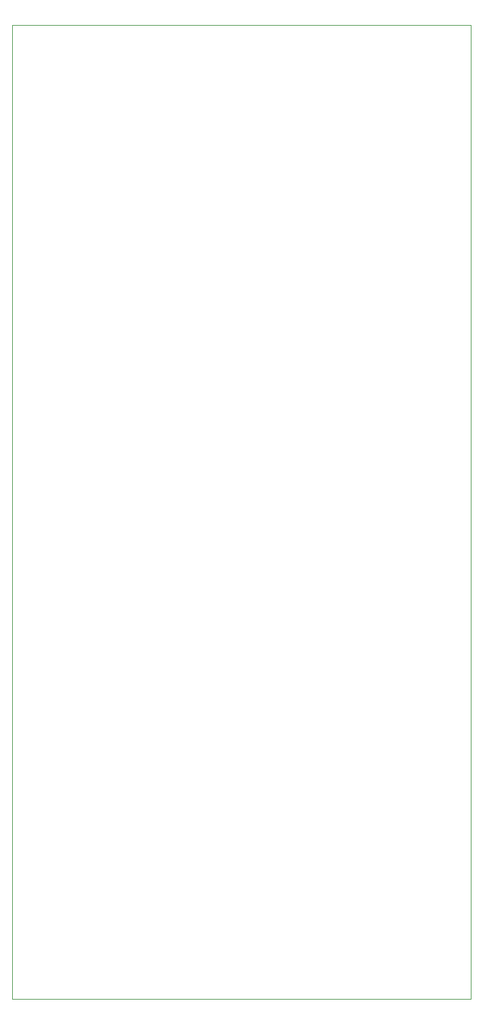
<source format=gm1>
G04 #@! TF.GenerationSoftware,KiCad,Pcbnew,(5.99.0-12261-ga2c28b18a8)*
G04 #@! TF.CreationDate,2021-10-12T13:18:42-07:00*
G04 #@! TF.ProjectId,SCMv3-faceplate-p2,53434d76-332d-4666-9163-65706c617465,rev?*
G04 #@! TF.SameCoordinates,Original*
G04 #@! TF.FileFunction,Profile,NP*
%FSLAX46Y46*%
G04 Gerber Fmt 4.6, Leading zero omitted, Abs format (unit mm)*
G04 Created by KiCad (PCBNEW (5.99.0-12261-ga2c28b18a8)) date 2021-10-12 13:18:42*
%MOMM*%
%LPD*%
G01*
G04 APERTURE LIST*
G04 #@! TA.AperFunction,Profile*
%ADD10C,0.100000*%
G04 #@! TD*
G04 APERTURE END LIST*
D10*
X59637000Y8814500D02*
X59637000Y-119685500D01*
X-963000Y8814500D02*
X-963000Y-119685500D01*
X-963000Y8814500D02*
X59637000Y8814500D01*
X-963000Y-119685500D02*
X59637000Y-119685500D01*
M02*

</source>
